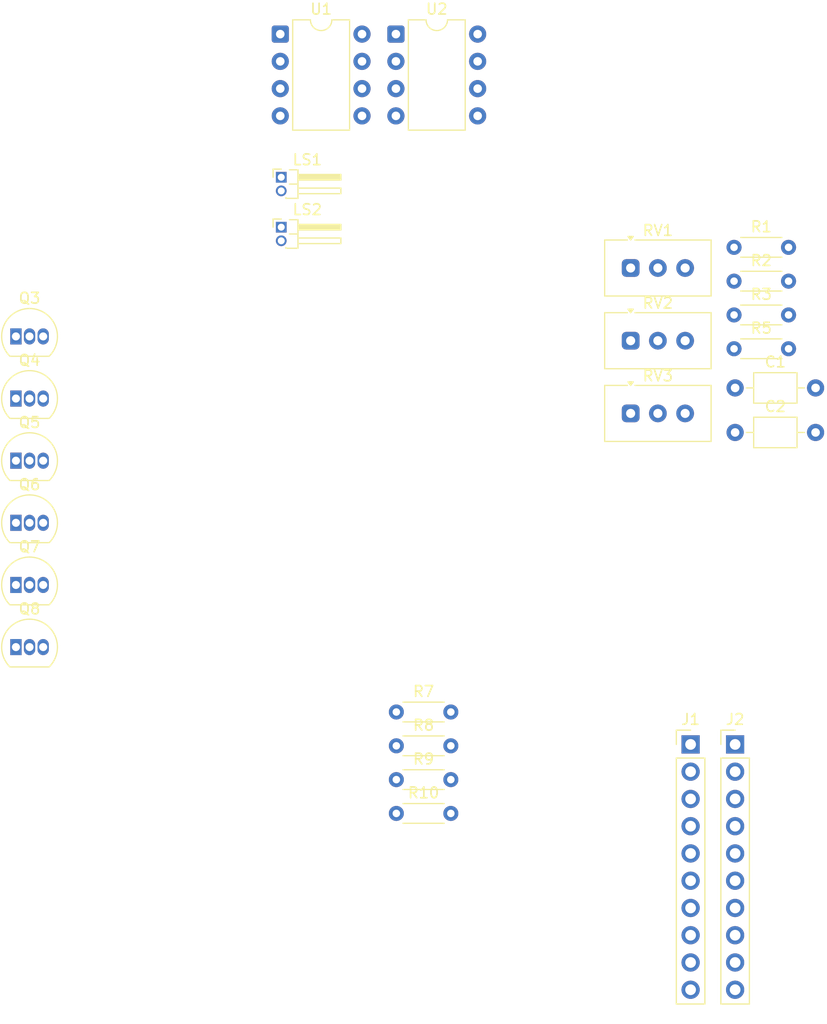
<source format=kicad_pcb>
(kicad_pcb (version 20241229) (generator "pcbnew") (generator_version "9.0")
  (layers (0 "F.Cu" signal) (2 "B.Cu" signal) (13 "F.Paste" user) (15 "B.Paste" user) (5 "F.SilkS" user "F.Silkscreen") (7 "B.SilkS" user "B.Silkscreen") (1 "F.Mask" user) (3 "B.Mask" user) (25 "Edge.Cuts" user))
  (net 0 "")
  (net 1 "/CMOS H-híd és driver modul/output A")
  (net 2 "GND")
  (net 3 "Net-(Q3-G)")
  (net 4 "/CMOS H-híd és driver modul/output B")
  (net 5 "Net-(Q4-G)")
  (net 6 "+12V")
  (net 7 "/CMOS H-híd és driver modul/input A")
  (net 8 "/CMOS H-híd és driver modul/input")
  (net 9 "/CMOS H-híd és driver modul/input B")
  (net 10 "Net-(U1A--)")
  (net 11 "/Jelgenerátor és analóg modul/triangle")
  (net 12 "/Jelgenerátor és analóg modul/VREF")
  (net 13 "/Jelgenerátor és analóg modul/analog_input")
  (net 14 "Net-(R1-Pad1)")
  (net 15 "Net-(U1B-+)")
  (net 16 "Net-(R3-Pad2)")
  (net 17 "Net-(U2B-+)")
  (net 18 "Net-(U2A-+)")
  (net 20 "/Jelgenerátor és analóg modul/pwm_out")
  (net 21 "/Jelgenerátor és analóg modul/GND")
  (net 22 "/Jelgenerátor és analóg modul/square_out")
  (net 23 "/Jelgenerátor és analóg modul/VIN")
  (footprint "Package_TO_SOT_THT:TO-92_Inline" (layer "F.Cu") (at 28.46 68.55)
    (property "Reference" "Q3" (at 1.27 -3.56 0) (layer "F.SilkS"))
    (property "Value" "BS170")
    (fp_line (start -0.53 1.85) (end 3.07 1.85) (stroke (width 0.12)) (layer "F.SilkS"))
    (fp_arc (start -0.568478 1.838478) (mid -1.132087 -0.994977) (end 1.27 -2.6) (stroke (width 0.12)) (layer "F.SilkS"))
    (fp_arc (start 1.27 -2.6) (mid 3.672087 -0.994977) (end 3.108478 1.838478) (stroke (width 0.12)) (layer "F.SilkS"))
    (pad "1" thru_hole rect (at 0 0) (size 1.05 1.5) (drill 0.75) (layers "*.Cu" "*.Mask") (net 1 "/CMOS H-híd és driver modul/output A"))
    (pad "2" thru_hole oval (at 1.27 0) (size 1.05 1.5) (drill 0.75) (layers "*.Cu" "*.Mask") (net 3 "Net-(Q3-G)"))
    (pad "3" thru_hole oval (at 2.54 0) (size 1.05 1.5) (drill 0.75) (layers "*.Cu" "*.Mask") (net 2 "GND"))
  )
  (footprint "Package_TO_SOT_THT:TO-92_Inline" (layer "F.Cu") (at 28.46 97.5)
    (property "Reference" "Q8" (at 1.27 -3.56 0) (layer "F.SilkS"))
    (property "Value" "BS170")
    (fp_line (start -0.53 1.85) (end 3.07 1.85) (stroke (width 0.12)) (layer "F.SilkS"))
    (fp_arc (start -0.568478 1.838478) (mid -1.132087 -0.994977) (end 1.27 -2.6) (stroke (width 0.12)) (layer "F.SilkS"))
    (fp_arc (start 1.27 -2.6) (mid 3.672087 -0.994977) (end 3.108478 1.838478) (stroke (width 0.12)) (layer "F.SilkS"))
    (pad "1" thru_hole rect (at 0 0) (size 1.05 1.5) (drill 0.75) (layers "*.Cu" "*.Mask") (net 9 "/CMOS H-híd és driver modul/input B"))
    (pad "2" thru_hole oval (at 1.27 0) (size 1.05 1.5) (drill 0.75) (layers "*.Cu" "*.Mask") (net 7 "/CMOS H-híd és driver modul/input A"))
    (pad "3" thru_hole oval (at 2.54 0) (size 1.05 1.5) (drill 0.75) (layers "*.Cu" "*.Mask") (net 2 "GND"))
  )
  (footprint "Resistor_THT:R_Axial_DIN0204_L3.6mm_D1.6mm_P5.08mm_Horizontal" (layer "F.Cu") (at 95.4 66.55)
    (property "Reference" "R3" (at 2.54 -1.92 0) (layer "F.SilkS"))
    (property "Value" "2k")
    (fp_line (start 0.62 -0.92) (end 4.46 -0.92) (stroke (width 0.12)) (layer "F.SilkS"))
    (fp_line (start 0.62 0.92) (end 4.46 0.92) (stroke (width 0.12)) (layer "F.SilkS"))
    (pad "1" thru_hole circle (at 0 0) (size 1.4 1.4) (drill 0.7) (layers "*.Cu" "*.Mask") (net 15 "Net-(U1B-+)"))
    (pad "2" thru_hole oval (at 5.08 0) (size 1.4 1.4) (drill 0.7) (layers "*.Cu" "*.Mask") (net 16 "Net-(R3-Pad2)"))
  )
  (footprint "Connector_PinHeader_2.54mm:PinHeader_1x10_P2.54mm_Vertical" (layer "F.Cu") (at 91.35 106.57)
    (property "Reference" "J1" (at 0 -2.33 0) (layer "F.SilkS"))
    (property "Value" "Conn_01x10_Socket")
    (fp_line (start -1.33 -1.33) (end 0 -1.33) (stroke (width 0.12)) (layer "F.SilkS"))
    (fp_line (start -1.33 0) (end -1.33 -1.33) (stroke (width 0.12)) (layer "F.SilkS"))
    (fp_line (start -1.33 1.27) (end -1.33 24.19) (stroke (width 0.12)) (layer "F.SilkS"))
    (fp_line (start -1.33 1.27) (end 1.33 1.27) (stroke (width 0.12)) (layer "F.SilkS"))
    (fp_line (start -1.33 24.19) (end 1.33 24.19) (stroke (width 0.12)) (layer "F.SilkS"))
    (fp_line (start 1.33 1.27) (end 1.33 24.19) (stroke (width 0.12)) (layer "F.SilkS"))
    (pad "1" thru_hole rect (at 0 0) (size 1.7 1.7) (drill 1) (layers "*.Cu" "*.Mask") (net 20 "/Jelgenerátor és analóg modul/pwm_out"))
    (pad "2" thru_hole oval (at 0 2.54) (size 1.7 1.7) (drill 1) (layers "*.Cu" "*.Mask") (net 22 "/Jelgenerátor és analóg modul/square_out"))
    (pad "3" thru_hole oval (at 0 5.08) (size 1.7 1.7) (drill 1) (layers "*.Cu" "*.Mask"))
    (pad "4" thru_hole oval (at 0 7.62) (size 1.7 1.7) (drill 1) (layers "*.Cu" "*.Mask"))
    (pad "5" thru_hole oval (at 0 10.16) (size 1.7 1.7) (drill 1) (layers "*.Cu" "*.Mask"))
    (pad "6" thru_hole oval (at 0 12.7) (size 1.7 1.7) (drill 1) (layers "*.Cu" "*.Mask"))
    (pad "7" thru_hole oval (at 0 15.24) (size 1.7 1.7) (drill 1) (layers "*.Cu" "*.Mask"))
    (pad "8" thru_hole oval (at 0 17.78) (size 1.7 1.7) (drill 1) (layers "*.Cu" "*.Mask"))
    (pad "9" thru_hole oval (at 0 20.32) (size 1.7 1.7) (drill 1) (layers "*.Cu" "*.Mask") (net 23 "/Jelgenerátor és analóg modul/VIN"))
    (pad "10" thru_hole oval (at 0 22.86) (size 1.7 1.7) (drill 1) (layers "*.Cu" "*.Mask") (net 21 "/Jelgenerátor és analóg modul/GND"))
  )
  (footprint "Resistor_THT:R_Axial_DIN0204_L3.6mm_D1.6mm_P5.08mm_Horizontal" (layer "F.Cu") (at 95.4 60.25)
    (property "Reference" "R1" (at 2.54 -1.92 0) (layer "F.SilkS"))
    (property "Value" "2,4k")
    (fp_line (start 0.62 -0.92) (end 4.46 -0.92) (stroke (width 0.12)) (layer "F.SilkS"))
    (fp_line (start 0.62 0.92) (end 4.46 0.92) (stroke (width 0.12)) (layer "F.SilkS"))
    (pad "1" thru_hole circle (at 0 0) (size 1.4 1.4) (drill 0.7) (layers "*.Cu" "*.Mask") (net 14 "Net-(R1-Pad1)"))
    (pad "2" thru_hole oval (at 5.08 0) (size 1.4 1.4) (drill 0.7) (layers "*.Cu" "*.Mask") (net 10 "Net-(U1A--)"))
  )
  (footprint "Package_TO_SOT_THT:TO-92_Inline" (layer "F.Cu") (at 28.46 74.34)
    (property "Reference" "Q4" (at 1.27 -3.56 0) (layer "F.SilkS"))
    (property "Value" "BS170")
    (fp_line (start -0.53 1.85) (end 3.07 1.85) (stroke (width 0.12)) (layer "F.SilkS"))
    (fp_arc (start -0.568478 1.838478) (mid -1.132087 -0.994977) (end 1.27 -2.6) (stroke (width 0.12)) (layer "F.SilkS"))
    (fp_arc (start 1.27 -2.6) (mid 3.672087 -0.994977) (end 3.108478 1.838478) (stroke (width 0.12)) (layer "F.SilkS"))
    (pad "1" thru_hole rect (at 0 0) (size 1.05 1.5) (drill 0.75) (layers "*.Cu" "*.Mask") (net 4 "/CMOS H-híd és driver modul/output B"))
    (pad "2" thru_hole oval (at 1.27 0) (size 1.05 1.5) (drill 0.75) (layers "*.Cu" "*.Mask") (net 5 "Net-(Q4-G)"))
    (pad "3" thru_hole oval (at 2.54 0) (size 1.05 1.5) (drill 0.75) (layers "*.Cu" "*.Mask") (net 2 "GND"))
  )
  (footprint "Potentiometer_THT:Potentiometer_Vishay_T93YA_Vertical" (layer "F.Cu") (at 85.76 68.95)
    (property "Reference" "RV2" (at 2.54 -3.5 0) (layer "F.SilkS"))
    (property "Value" "R_Potentiometer")
    (fp_line (start -2.42 -2.61) (end -2.42 2.61) (stroke (width 0.12)) (layer "F.SilkS"))
    (fp_line (start -2.42 -2.61) (end -0.3 -2.61) (stroke (width 0.12)) (layer "F.SilkS"))
    (fp_line (start -2.42 2.61) (end 7.5 2.61) (stroke (width 0.12)) (layer "F.SilkS"))
    (fp_line (start 0.4 -2.61) (end 7.5 -2.61) (stroke (width 0.12)) (layer "F.SilkS"))
    (fp_line (start 7.5 -2.61) (end 7.5 2.61) (stroke (width 0.12)) (layer "F.SilkS"))
    (fp_poly (pts (xy 0 -2.61) (xy -0.24 -2.94) (xy 0.24 -2.94) (xy 0 -2.61)) (stroke (width 0.12)) (fill yes) (layer "F.SilkS"))
    (pad "1" thru_hole roundrect (at 0 0) (size 1.65 1.65) (drill 0.85) (layers "*.Cu" "*.Mask") (net 23 "/Jelgenerátor és analóg modul/VIN"))
    (pad "2" thru_hole circle (at 2.54 0) (size 1.65 1.65) (drill 0.85) (layers "*.Cu" "*.Mask") (net 18 "Net-(U2A-+)"))
    (pad "3" thru_hole circle (at 5.08 0) (size 1.65 1.65) (drill 0.85) (layers "*.Cu" "*.Mask") (net 21 "/Jelgenerátor és analóg modul/GND"))
  )
  (footprint "Resistor_THT:R_Axial_DIN0204_L3.6mm_D1.6mm_P5.08mm_Horizontal" (layer "F.Cu") (at 95.4 69.7)
    (property "Reference" "R5" (at 2.54 -1.92 0) (layer "F.SilkS"))
    (property "Value" "1k")
    (fp_line (start 0.62 -0.92) (end 4.46 -0.92) (stroke (width 0.12)) (layer "F.SilkS"))
    (fp_line (start 0.62 0.92) (end 4.46 0.92) (stroke (width 0.12)) (layer "F.SilkS"))
    (pad "1" thru_hole circle (at 0 0) (size 1.4 1.4) (drill 0.7) (layers "*.Cu" "*.Mask") (net 12 "/Jelgenerátor és analóg modul/VREF"))
    (pad "2" thru_hole oval (at 5.08 0) (size 1.4 1.4) (drill 0.7) (layers "*.Cu" "*.Mask") (net 17 "Net-(U2B-+)"))
  )
  (footprint "Connector_PinHeader_1.27mm:PinHeader_1x02_P1.27mm_Horizontal" (layer "F.Cu") (at 53.19 53.72)
    (property "Reference" "LS1" (at 2.4325 -1.635 0) (layer "F.SilkS"))
    (property "Value" "Speaker_Ultrasound")
    (fp_line (start -0.76 -0.76) (end 0 -0.76) (stroke (width 0.12)) (layer "F.SilkS"))
    (fp_line (start -0.76 0) (end -0.76 -0.76) (stroke (width 0.12)) (layer "F.SilkS"))
    (fp_line (start 0.44 1.965) (end 0.44 1.889677) (stroke (width 0.12)) (layer "F.SilkS"))
    (fp_line (start 0.76 -0.695) (end 1.56 -0.695) (stroke (width 0.12)) (layer "F.SilkS"))
    (fp_line (start 0.76 0.635) (end 1.56 0.635) (stroke (width 0.12)) (layer "F.SilkS"))
    (fp_line (start 1.56 -0.695) (end 1.56 1.965) (stroke (width 0.12)) (layer "F.SilkS"))
    (fp_line (start 1.56 -0.26) (end 5.56 -0.26) (stroke (width 0.12)) (layer "F.SilkS"))
    (fp_line (start 1.56 -0.2) (end 5.56 -0.2) (stroke (width 0.12)) (layer "F.SilkS"))
    (fp_line (start 1.56 -0.08) (end 5.56 -0.08) (stroke (width 0.12)) (layer "F.SilkS"))
    (fp_line (start 1.56 0.04) (end 5.56 0.04) (stroke (width 0.12)) (layer "F.SilkS"))
    (fp_line (start 1.56 0.16) (end 5.56 0.16) (stroke (width 0.12)) (layer "F.SilkS"))
    (fp_line (start 1.56 1.01) (end 5.56 1.01) (stroke (width 0.12)) (layer "F.SilkS"))
    (fp_line (start 1.56 1.965) (end 0.44 1.965) (stroke (width 0.12)) (layer "F.SilkS"))
    (fp_line (start 5.56 -0.26) (end 5.56 0.26) (stroke (width 0.12)) (layer "F.SilkS"))
    (fp_line (start 5.56 0.26) (end 1.56 0.26) (stroke (width 0.12)) (layer "F.SilkS"))
    (fp_line (start 5.56 1.01) (end 5.56 1.53) (stroke (width 0.12)) (layer "F.SilkS"))
    (fp_line (start 5.56 1.53) (end 1.56 1.53) (stroke (width 0.12)) (layer "F.SilkS"))
    (pad "1" thru_hole rect (at 0 0) (size 1 1) (drill 0.65) (layers "*.Cu" "*.Mask") (net 1 "/CMOS H-híd és driver modul/output A"))
    (pad "2" thru_hole oval (at 0 1.27) (size 1 1) (drill 0.65) (layers "*.Cu" "*.Mask") (net 4 "/CMOS H-híd és driver modul/output B"))
  )
  (footprint "Package_DIP:DIP-8_W7.62mm" (layer "F.Cu") (at 53.1 40.38)
    (property "Reference" "U1" (at 3.81 -2.33 0) (layer "F.SilkS"))
    (property "Value" "TL072")
    (fp_line (start 1.16 -1.33) (end 1.16 8.95) (stroke (width 0.12)) (layer "F.SilkS"))
    (fp_line (start 1.16 8.95) (end 6.46 8.95) (stroke (width 0.12)) (layer "F.SilkS"))
    (fp_line (start 2.81 -1.33) (end 1.16 -1.33) (stroke (width 0.12)) (layer "F.SilkS"))
    (fp_line (start 6.46 -1.33) (end 4.81 -1.33) (stroke (width 0.12)) (layer "F.SilkS"))
    (fp_line (start 6.46 8.95) (end 6.46 -1.33) (stroke (width 0.12)) (layer "F.SilkS"))
    (fp_arc (start 4.81 -1.33) (mid 3.81 -0.33) (end 2.81 -1.33) (stroke (width 0.12)) (layer "F.SilkS"))
    (pad "1" thru_hole roundrect (at 0 0) (size 1.6 1.6) (drill 0.8) (layers "*.Cu" "*.Mask") (roundrect_rratio 0.15625) (net 11 "/Jelgenerátor és analóg modul/triangle"))
    (pad "2" thru_hole circle (at 0 2.54) (size 1.6 1.6) (drill 0.8) (layers "*.Cu" "*.Mask") (net 10 "Net-(U1A--)"))
    (pad "3" thru_hole circle (at 0 5.08) (size 1.6 1.6) (drill 0.8) (layers "*.Cu" "*.Mask") (net 12 "/Jelgenerátor és analóg modul/VREF"))
    (pad "4" thru_hole circle (at 0 7.62) (size 1.6 1.6) (drill 0.8) (layers "*.Cu" "*.Mask") (net 21 "/Jelgenerátor és analóg modul/GND"))
    (pad "5" thru_hole circle (at 7.62 7.62) (size 1.6 1.6) (drill 0.8) (layers "*.Cu" "*.Mask") (net 15 "Net-(U1B-+)"))
    (pad "6" thru_hole circle (at 7.62 5.08) (size 1.6 1.6) (drill 0.8) (layers "*.Cu" "*.Mask") (net 12 "/Jelgenerátor és analóg modul/VREF"))
    (pad "7" thru_hole circle (at 7.62 2.54) (size 1.6 1.6) (drill 0.8) (layers "*.Cu" "*.Mask") (net 16 "Net-(R3-Pad2)"))
    (pad "8" thru_hole circle (at 7.62 0) (size 1.6 1.6) (drill 0.8) (layers "*.Cu" "*.Mask") (net 23 "/Jelgenerátor és analóg modul/VIN"))
  )
  (footprint "Resistor_THT:R_Axial_DIN0204_L3.6mm_D1.6mm_P5.08mm_Horizontal" (layer "F.Cu") (at 95.4 63.4)
    (property "Reference" "R2" (at 2.54 -1.92 0) (layer "F.SilkS"))
    (property "Value" "1k")
    (fp_line (start 0.62 -0.92) (end 4.46 -0.92) (stroke (width 0.12)) (layer "F.SilkS"))
    (fp_line (start 0.62 0.92) (end 4.46 0.92) (stroke (width 0.12)) (layer "F.SilkS"))
    (pad "1" thru_hole circle (at 0 0) (size 1.4 1.4) (drill 0.7) (layers "*.Cu" "*.Mask") (net 11 "/Jelgenerátor és analóg modul/triangle"))
    (pad "2" thru_hole oval (at 5.08 0) (size 1.4 1.4) (drill 0.7) (layers "*.Cu" "*.Mask") (net 15 "Net-(U1B-+)"))
  )
  (footprint "Potentiometer_THT:Potentiometer_Vishay_T93YA_Vertical" (layer "F.Cu") (at 85.76 62.175)
    (property "Reference" "RV1" (at 2.54 -3.5 0) (layer "F.SilkS"))
    (property "Value" "R_Potentiometer")
    (fp_line (start -2.42 -2.61) (end -2.42 2.61) (stroke (width 0.12)) (layer "F.SilkS"))
    (fp_line (start -2.42 -2.61) (end -0.3 -2.61) (stroke (width 0.12)) (layer "F.SilkS"))
    (fp_line (start -2.42 2.61) (end 7.5 2.61) (stroke (width 0.12)) (layer "F.SilkS"))
    (fp_line (start 0.4 -2.61) (end 7.5 -2.61) (stroke (width 0.12)) (layer "F.SilkS"))
    (fp_line (start 7.5 -2.61) (end 7.5 2.61) (stroke (width 0.12)) (layer "F.SilkS"))
    (fp_poly (pts (xy 0 -2.61) (xy -0.24 -2.94) (xy 0.24 -2.94) (xy 0 -2.61)) (stroke (width 0.12)) (fill yes) (layer "F.SilkS"))
    (pad "1" thru_hole roundrect (at 0 0) (size 1.65 1.65) (drill 0.85) (layers "*.Cu" "*.Mask") (net 21 "/Jelgenerátor és analóg modul/GND"))
    (pad "2" thru_hole circle (at 2.54 0) (size 1.65 1.65) (drill 0.85) (layers "*.Cu" "*.Mask") (net 22 "/Jelgenerátor és analóg modul/square_out"))
    (pad "3" thru_hole circle (at 5.08 0) (size 1.65 1.65) (drill 0.85) (layers "*.Cu" "*.Mask") (net 16 "Net-(R3-Pad2)"))
  )
  (footprint "Package_TO_SOT_THT:TO-92_Inline" (layer "F.Cu") (at 28.46 91.71)
    (property "Reference" "Q7" (at 1.27 -3.56 0) (layer "F.SilkS"))
    (property "Value" "BS170")
    (fp_line (start -0.53 1.85) (end 3.07 1.85) (stroke (width 0.12)) (layer "F.SilkS"))
    (fp_arc (start -0.568478 1.838478) (mid -1.132087 -0.994977) (end 1.27 -2.6) (stroke (width 0.12)) (layer "F.SilkS"))
    (fp_arc (start 1.27 -2.6) (mid 3.672087 -0.994977) (end 3.108478 1.838478) (stroke (width 0.12)) (layer "F.SilkS"))
    (pad "1" thru_hole rect (at 0 0) (size 1.05 1.5) (drill 0.75) (layers "*.Cu" "*.Mask") (net 7 "/CMOS H-híd és driver modul/input A"))
    (pad "2" thru_hole oval (at 1.27 0) (size 1.05 1.5) (drill 0.75) (layers "*.Cu" "*.Mask") (net 8 "/CMOS H-híd és driver modul/input"))
    (pad "3" thru_hole oval (at 2.54 0) (size 1.05 1.5) (drill 0.75) (layers "*.Cu" "*.Mask") (net 2 "GND"))
  )
  (footprint "Resistor_THT:R_Axial_DIN0204_L3.6mm_D1.6mm_P5.08mm_Horizontal" (layer "F.Cu") (at 63.92 106.7)
    (property "Reference" "R8" (at 2.54 -1.92 0) (layer "F.SilkS"))
    (property "Value" "240")
    (fp_line (start 0.62 -0.92) (end 4.46 -0.92) (stroke (width 0.12)) (layer "F.SilkS"))
    (fp_line (start 0.62 0.92) (end 4.46 0.92) (stroke (width 0.12)) (layer "F.SilkS"))
    (pad "1" thru_hole circle (at 0 0) (size 1.4 1.4) (drill 0.7) (layers "*.Cu" "*.Mask") (net 9 "/CMOS H-híd és driver modul/input B"))
    (pad "2" thru_hole oval (at 5.08 0) (size 1.4 1.4) (drill 0.7) (layers "*.Cu" "*.Mask") (net 5 "Net-(Q4-G)"))
  )
  (footprint "Package_TO_SOT_THT:TO-92_Inline" (layer "F.Cu") (at 28.46 80.13)
    (property "Reference" "Q5" (at 1.27 -3.56 0) (layer "F.SilkS"))
    (property "Value" "BS250")
    (fp_line (start -0.53 1.85) (end 3.07 1.85) (stroke (width 0.12)) (layer "F.SilkS"))
    (fp_arc (start -0.568478 1.838478) (mid -1.132087 -0.994977) (end 1.27 -2.6) (stroke (width 0.12)) (layer "F.SilkS"))
    (fp_arc (start 1.27 -2.6) (mid 3.672087 -0.994977) (end 3.108478 1.838478) (stroke (width 0.12)) (layer "F.SilkS"))
    (pad "1" thru_hole rect (at 0 0) (size 1.05 1.5) (drill 0.75) (layers "*.Cu" "*.Mask") (net 6 "+12V"))
    (pad "2" thru_hole oval (at 1.27 0) (size 1.05 1.5) (drill 0.75) (layers "*.Cu" "*.Mask") (net 3 "Net-(Q3-G)"))
    (pad "3" thru_hole oval (at 2.54 0) (size 1.05 1.5) (drill 0.75) (layers "*.Cu" "*.Mask") (net 1 "/CMOS H-híd és driver modul/output A"))
  )
  (footprint "Capacitor_THT:C_Axial_L3.8mm_D2.6mm_P7.50mm_Horizontal" (layer "F.Cu") (at 95.5 73.35)
    (property "Reference" "C1" (at 3.75 -2.42 0) (layer "F.SilkS"))
    (property "Value" "3,2n")
    (fp_line (start 1.04 0) (end 1.73 0) (stroke (width 0.12)) (layer "F.SilkS"))
    (fp_line (start 1.73 -1.42) (end 1.73 1.42) (stroke (width 0.12)) (layer "F.SilkS"))
    (fp_line (start 1.73 1.42) (end 5.77 1.42) (stroke (width 0.12)) (layer "F.SilkS"))
    (fp_line (start 5.77 -1.42) (end 1.73 -1.42) (stroke (width 0.12)) (layer "F.SilkS"))
    (fp_line (start 5.77 1.42) (end 5.77 -1.42) (stroke (width 0.12)) (layer "F.SilkS"))
    (fp_line (start 6.46 0) (end 5.77 0) (stroke (width 0.12)) (layer "F.SilkS"))
    (pad "1" thru_hole circle (at 0 0) (size 1.6 1.6) (drill 0.8) (layers "*.Cu" "*.Mask") (net 10 "Net-(U1A--)"))
    (pad "2" thru_hole oval (at 7.5 0) (size 1.6 1.6) (drill 0.8) (layers "*.Cu" "*.Mask") (net 11 "/Jelgenerátor és analóg modul/triangle"))
  )
  (footprint "Connector_PinHeader_2.54mm:PinHeader_1x10_P2.54mm_Vertical" (layer "F.Cu") (at 95.5 106.57)
    (property "Reference" "J2" (at 0 -2.33 0) (layer "F.SilkS"))
    (property "Value" "Conn_01x10_Socket")
    (fp_line (start -1.33 -1.33) (end 0 -1.33) (stroke (width 0.12)) (layer "F.SilkS"))
    (fp_line (start -1.33 0) (end -1.33 -1.33) (stroke (width 0.12)) (layer "F.SilkS"))
    (fp_line (start -1.33 1.27) (end -1.33 24.19) (stroke (width 0.12)) (layer "F.SilkS"))
    (fp_line (start -1.33 1.27) (end 1.33 1.27) (stroke (width 0.12)) (layer "F.SilkS"))
    (fp_line (start -1.33 24.19) (end 1.33 24.19) (stroke (width 0.12)) (layer "F.SilkS"))
    (fp_line (start 1.33 1.27) (end 1.33 24.19) (stroke (width 0.12)) (layer "F.SilkS"))
    (pad "1" thru_hole rect (at 0 0) (size 1.7 1.7) (drill 1) (layers "*.Cu" "*.Mask"))
    (pad "2" thru_hole oval (at 0 2.54) (size 1.7 1.7) (drill 1) (layers "*.Cu" "*.Mask"))
    (pad "3" thru_hole oval (at 0 5.08) (size 1.7 1.7) (drill 1) (layers "*.Cu" "*.Mask"))
    (pad "4" thru_hole oval (at 0 7.62) (size 1.7 1.7) (drill 1) (layers "*.Cu" "*.Mask"))
    (pad "5" thru_hole oval (at 0 10.16) (size 1.7 1.7) (drill 1) (layers "*.Cu" "*.Mask"))
    (pad "6" thru_hole oval (at 0 12.7) (size 1.7 1.7) (drill 1) (layers "*.Cu" "*.Mask"))
    (pad "7" thru_hole oval (at 0 15.24) (size 1.7 1.7) (drill 1) (layers "*.Cu" "*.Mask"))
    (pad "8" thru_hole oval (at 0 17.78) (size 1.7 1.7) (drill 1) (layers "*.Cu" "*.Mask"))
    (pad "9" thru_hole oval (at 0 20.32) (size 1.7 1.7) (drill 1) (layers "*.Cu" "*.Mask"))
    (pad "10" thru_hole oval (at 0 22.86) (size 1.7 1.7) (drill 1) (layers "*.Cu" "*.Mask"))
  )
  (footprint "Potentiometer_THT:Potentiometer_Vishay_T93YA_Vertical" (layer "F.Cu") (at 85.76 75.725)
    (property "Reference" "RV3" (at 2.54 -3.5 0) (layer "F.SilkS"))
    (property "Value" "R_Potentiometer")
    (fp_line (start -2.42 -2.61) (end -2.42 2.61) (stroke (width 0.12)) (layer "F.SilkS"))
    (fp_line (start -2.42 -2.61) (end -0.3 -2.61) (stroke (width 0.12)) (layer "F.SilkS"))
    (fp_line (start -2.42 2.61) (end 7.5 2.61) (stroke (width 0.12)) (layer "F.SilkS"))
    (fp_line (start 0.4 -2.61) (end 7.5 -2.61) (stroke (width 0.12)) (layer "F.SilkS"))
    (fp_line (start 7.5 -2.61) (end 7.5 2.61) (stroke (width 0.12)) (layer "F.SilkS"))
    (fp_poly (pts (xy 0 -2.61) (xy -0.24 -2.94) (xy 0.24 -2.94) (xy 0 -2.61)) (stroke (width 0.12)) (fill yes) (layer "F.SilkS"))
    (pad "1" thru_hole roundrect (at 0 0) (size 1.65 1.65) (drill 0.85) (layers "*.Cu" "*.Mask") (net 16 "Net-(R3-Pad2)"))
    (pad "2" thru_hole circle (at 2.54 0) (size 1.65 1.65) (drill 0.85) (layers "*.Cu" "*.Mask") (net 14 "Net-(R1-Pad1)"))
    (pad "3" thru_hole circle (at 5.08 0) (size 1.65 1.65) (drill 0.85) (layers "*.Cu" "*.Mask"))
  )
  (footprint "Resistor_THT:R_Axial_DIN0204_L3.6mm_D1.6mm_P5.08mm_Horizontal" (layer "F.Cu") (at 63.92 103.55)
    (property "Reference" "R7" (at 2.54 -1.92 0) (layer "F.SilkS"))
    (property "Value" "240")
    (fp_line (start 0.62 -0.92) (end 4.46 -0.92) (stroke (width 0.12)) (layer "F.SilkS"))
    (fp_line (start 0.62 0.92) (end 4.46 0.92) (stroke (width 0.12)) (layer "F.SilkS"))
    (pad "1" thru_hole circle (at 0 0) (size 1.4 1.4) (drill 0.7) (layers "*.Cu" "*.Mask") (net 7 "/CMOS H-híd és driver modul/input A"))
    (pad "2" thru_hole oval (at 5.08 0) (size 1.4 1.4) (drill 0.7) (layers "*.Cu" "*.Mask") (net 3 "Net-(Q3-G)"))
  )
  (footprint "Package_DIP:DIP-8_W7.62mm" (layer "F.Cu") (at 63.88 40.38)
    (property "Reference" "U2" (at 3.81 -2.33 0) (layer "F.SilkS"))
    (property "Value" "TL072")
    (fp_line (start 1.16 -1.33) (end 1.16 8.95) (stroke (width 0.12)) (layer "F.SilkS"))
    (fp_line (start 1.16 8.95) (end 6.46 8.95) (stroke (width 0.12)) (layer "F.SilkS"))
    (fp_line (start 2.81 -1.33) (end 1.16 -1.33) (stroke (width 0.12)) (layer "F.SilkS"))
    (fp_line (start 6.46 -1.33) (end 4.81 -1.33) (stroke (width 0.12)) (layer "F.SilkS"))
    (fp_line (start 6.46 8.95) (end 6.46 -1.33) (stroke (width 0.12)) (layer "F.SilkS"))
    (fp_arc (start 4.81 -1.33) (mid 3.81 -0.33) (end 2.81 -1.33) (stroke (width 0.12)) (layer "F.SilkS"))
    (pad "1" thru_hole roundrect (at 0 0) (size 1.6 1.6) (drill 0.8) (layers "*.Cu" "*.Mask") (roundrect_rratio 0.15625) (net 12 "/Jelgenerátor és analóg modul/VREF"))
    (pad "2" thru_hole circle (at 0 2.54) (size 1.6 1.6) (drill 0.8) (layers "*.Cu" "*.Mask") (net 12 "/Jelgenerátor és analóg modul/VREF"))
    (pad "3" thru_hole circle (at 0 5.08) (size 1.6 1.6) (drill 0.8) (layers "*.Cu" "*.Mask") (net 18 "Net-(U2A-+)"))
    (pad "4" thru_hole circle (at 0 7.62) (size 1.6 1.6) (drill 0.8) (layers "*.Cu" "*.Mask") (net 21 "/Jelgenerátor és analóg modul/GND"))
    (pad "5" thru_hole circle (at 7.62 7.62) (size 1.6 1.6) (drill 0.8) (layers "*.Cu" "*.Mask") (net 17 "Net-(U2B-+)"))
    (pad "6" thru_hole circle (at 7.62 5.08) (size 1.6 1.6) (drill 0.8) (layers "*.Cu" "*.Mask") (net 11 "/Jelgenerátor és analóg modul/triangle"))
    (pad "7" thru_hole circle (at 7.62 2.54) (size 1.6 1.6) (drill 0.8) (layers "*.Cu" "*.Mask") (net 20 "/Jelgenerátor és analóg modul/pwm_out"))
    (pad "8" thru_hole circle (at 7.62 0) (size 1.6 1.6) (drill 0.8) (layers "*.Cu" "*.Mask") (net 23 "/Jelgenerátor és analóg modul/VIN"))
  )
  (footprint "Resistor_THT:R_Axial_DIN0204_L3.6mm_D1.6mm_P5.08mm_Horizontal" (layer "F.Cu") (at 63.92 113)
    (property "Reference" "R10" (at 2.54 -1.92 0) (layer "F.SilkS"))
    (property "Value" "3,3k")
    (fp_line (start 0.62 -0.92) (end 4.46 -0.92) (stroke (width 0.12)) (layer "F.SilkS"))
    (fp_line (start 0.62 0.92) (end 4.46 0.92) (stroke (width 0.12)) (layer "F.SilkS"))
    (pad "1" thru_hole circle (at 0 0) (size 1.4 1.4) (drill 0.7) (layers "*.Cu" "*.Mask") (net 9 "/CMOS H-híd és driver modul/input B"))
    (pad "2" thru_hole oval (at 5.08 0) (size 1.4 1.4) (drill 0.7) (layers "*.Cu" "*.Mask") (net 6 "+12V"))
  )
  (footprint "Capacitor_THT:C_Axial_L3.8mm_D2.6mm_P7.50mm_Horizontal" (layer "F.Cu") (at 95.5 77.5)
    (property "Reference" "C2" (at 3.75 -2.42 0) (layer "F.SilkS"))
    (property "Value" "100n")
    (fp_line (start 1.04 0) (end 1.73 0) (stroke (width 0.12)) (layer "F.SilkS"))
    (fp_line (start 1.73 -1.42) (end 1.73 1.42) (stroke (width 0.12)) (layer "F.SilkS"))
    (fp_line (start 1.73 1.42) (end 5.77 1.42) (stroke (width 0.12)) (layer "F.SilkS"))
    (fp_line (start 5.77 -1.42) (end 1.73 -1.42) (stroke (width 0.12)) (layer "F.SilkS"))
    (fp_line (start 5.77 1.42) (end 5.77 -1.42) (stroke (width 0.12)) (layer "F.SilkS"))
    (fp_line (start 6.46 0) (end 5.77 0) (stroke (width 0.12)) (layer "F.SilkS"))
    (pad "1" thru_hole circle (at 0 0) (size 1.6 1.6) (drill 0.8) (layers "*.Cu" "*.Mask") (net 13 "/Jelgenerátor és analóg modul/analog_input"))
    (pad "2" thru_hole oval (at 7.5 0) (size 1.6 1.6) (drill 0.8) (layers "*.Cu" "*.Mask") (net 12 "/Jelgenerátor és analóg modul/VREF"))
  )
  (footprint "Resistor_THT:R_Axial_DIN0204_L3.6mm_D1.6mm_P5.08mm_Horizontal" (layer "F.Cu") (at 63.92 109.85)
    (property "Reference" "R9" (at 2.54 -1.92 0) (layer "F.SilkS"))
    (property "Value" "3,3k")
    (fp_line (start 0.62 -0.92) (end 4.46 -0.92) (stroke (width 0.12)) (layer "F.SilkS"))
    (fp_line (start 0.62 0.92) (end 4.46 0.92) (stroke (width 0.12)) (layer "F.SilkS"))
    (pad "1" thru_hole circle (at 0 0) (size 1.4 1.4) (drill 0.7) (layers "*.Cu" "*.Mask") (net 7 "/CMOS H-híd és driver modul/input A"))
    (pad "2" thru_hole oval (at 5.08 0) (size 1.4 1.4) (drill 0.7) (layers "*.Cu" "*.Mask") (net 6 "+12V"))
  )
  (footprint "Package_TO_SOT_THT:TO-92_Inline" (layer "F.Cu") (at 28.46 85.92)
    (property "Reference" "Q6" (at 1.27 -3.56 0) (layer "F.SilkS"))
    (property "Value" "BS250")
    (fp_line (start -0.53 1.85) (end 3.07 1.85) (stroke (width 0.12)) (layer "F.SilkS"))
    (fp_arc (start -0.568478 1.838478) (mid -1.132087 -0.994977) (end 1.27 -2.6) (stroke (width 0.12)) (layer "F.SilkS"))
    (fp_arc (start 1.27 -2.6) (mid 3.672087 -0.994977) (end 3.108478 1.838478) (stroke (width 0.12)) (layer "F.SilkS"))
    (pad "1" thru_hole rect (at 0 0) (size 1.05 1.5) (drill 0.75) (layers "*.Cu" "*.Mask") (net 6 "+12V"))
    (pad "2" thru_hole oval (at 1.27 0) (size 1.05 1.5) (drill 0.75) (layers "*.Cu" "*.Mask") (net 5 "Net-(Q4-G)"))
    (pad "3" thru_hole oval (at 2.54 0) (size 1.05 1.5) (drill 0.75) (layers "*.Cu" "*.Mask") (net 4 "/CMOS H-híd és driver modul/output B"))
  )
  (footprint "Connector_PinHeader_1.27mm:PinHeader_1x02_P1.27mm_Horizontal" (layer "F.Cu") (at 53.19 58.37)
    (property "Reference" "LS2" (at 2.4325 -1.635 0) (layer "F.SilkS"))
    (property "Value" "Speaker_Ultrasound")
    (fp_line (start -0.76 -0.76) (end 0 -0.76) (stroke (width 0.12)) (layer "F.SilkS"))
    (fp_line (start -0.76 0) (end -0.76 -0.76) (stroke (width 0.12)) (layer "F.SilkS"))
    (fp_line (start 0.44 1.965) (end 0.44 1.889677) (stroke (width 0.12)) (layer "F.SilkS"))
    (fp_line (start 0.76 -0.695) (end 1.56 -0.695) (stroke (width 0.12)) (layer "F.SilkS"))
    (fp_line (start 0.76 0.635) (end 1.56 0.635) (stroke (width 0.12)) (layer "F.SilkS"))
    (fp_line (start 1.56 -0.695) (end 1.56 1.965) (stroke (width 0.12)) (layer "F.SilkS"))
    (fp_line (start 1.56 -0.26) (end 5.56 -0.26) (stroke (width 0.12)) (layer "F.SilkS"))
    (fp_line (start 1.56 -0.2) (end 5.56 -0.2) (stroke (width 0.12)) (layer "F.SilkS"))
    (fp_line (start 1.56 -0.08) (end 5.56 -0.08) (stroke (width 0.12)) (layer "F.SilkS"))
    (fp_line (start 1.56 0.04) (end 5.56 0.04) (stroke (width 0.12)) (layer "F.SilkS"))
    (fp_line (start 1.56 0.16) (end 5.56 0.16) (stroke (width 0.12)) (layer "F.SilkS"))
    (fp_line (start 1.56 1.01) (end 5.56 1.01) (stroke (width 0.12)) (layer "F.SilkS"))
    (fp_line (start 1.56 1.965) (end 0.44 1.965) (stroke (width 0.12)) (layer "F.SilkS"))
    (fp_line (start 5.56 -0.26) (end 5.56 0.26) (stroke (width 0.12)) (layer "F.SilkS"))
    (fp_line (start 5.56 0.26) (end 1.56 0.26) (stroke (width 0.12)) (layer "F.SilkS"))
    (fp_line (start 5.56 1.01) (end 5.56 1.53) (stroke (width 0.12)) (layer "F.SilkS"))
    (fp_line (start 5.56 1.53) (end 1.56 1.53) (stroke (width 0.12)) (layer "F.SilkS"))
    (pad "1" thru_hole rect (at 0 0) (size 1 1) (drill 0.65) (layers "*.Cu" "*.Mask") (net 1 "/CMOS H-híd és driver modul/output A"))
    (pad "2" thru_hole oval (at 0 1.27) (size 1 1) (drill 0.65) (layers "*.Cu" "*.Mask") (net 4 "/CMOS H-híd és driver modul/output B"))
  )
)
</source>
